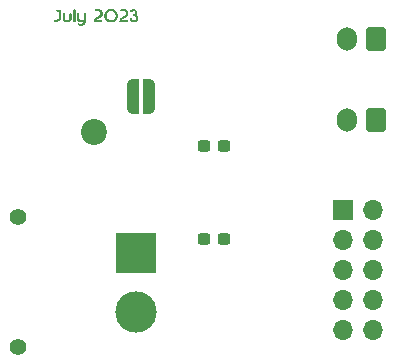
<source format=gts>
G04 #@! TF.GenerationSoftware,KiCad,Pcbnew,7.0.1*
G04 #@! TF.CreationDate,2023-07-09T15:15:26+02:00*
G04 #@! TF.ProjectId,orion_power,6f72696f-6e5f-4706-9f77-65722e6b6963,rev?*
G04 #@! TF.SameCoordinates,Original*
G04 #@! TF.FileFunction,Soldermask,Top*
G04 #@! TF.FilePolarity,Negative*
%FSLAX46Y46*%
G04 Gerber Fmt 4.6, Leading zero omitted, Abs format (unit mm)*
G04 Created by KiCad (PCBNEW 7.0.1) date 2023-07-09 15:15:26*
%MOMM*%
%LPD*%
G01*
G04 APERTURE LIST*
G04 Aperture macros list*
%AMRoundRect*
0 Rectangle with rounded corners*
0 $1 Rounding radius*
0 $2 $3 $4 $5 $6 $7 $8 $9 X,Y pos of 4 corners*
0 Add a 4 corners polygon primitive as box body*
4,1,4,$2,$3,$4,$5,$6,$7,$8,$9,$2,$3,0*
0 Add four circle primitives for the rounded corners*
1,1,$1+$1,$2,$3*
1,1,$1+$1,$4,$5*
1,1,$1+$1,$6,$7*
1,1,$1+$1,$8,$9*
0 Add four rect primitives between the rounded corners*
20,1,$1+$1,$2,$3,$4,$5,0*
20,1,$1+$1,$4,$5,$6,$7,0*
20,1,$1+$1,$6,$7,$8,$9,0*
20,1,$1+$1,$8,$9,$2,$3,0*%
%AMFreePoly0*
4,1,5,0.500000,-1.000000,-0.500000,-1.000000,-0.500000,1.000000,0.500000,1.000000,0.500000,-1.000000,0.500000,-1.000000,$1*%
%AMFreePoly1*
4,1,19,0.500000,-0.750000,0.000000,-0.750000,0.000000,-0.744911,-0.071157,-0.744911,-0.207708,-0.704816,-0.327430,-0.627875,-0.420627,-0.520320,-0.479746,-0.390866,-0.500000,-0.250000,-0.500000,0.250000,-0.479746,0.390866,-0.420627,0.520320,-0.327430,0.627875,-0.207708,0.704816,-0.071157,0.744911,0.000000,0.744911,0.000000,0.750000,0.500000,0.750000,0.500000,-0.750000,0.500000,-0.750000,
$1*%
%AMFreePoly2*
4,1,19,0.000000,0.744911,0.071157,0.744911,0.207708,0.704816,0.327430,0.627875,0.420627,0.520320,0.479746,0.390866,0.500000,0.250000,0.500000,-0.250000,0.479746,-0.390866,0.420627,-0.520320,0.327430,-0.627875,0.207708,-0.704816,0.071157,-0.744911,0.000000,-0.744911,0.000000,-0.750000,-0.500000,-0.750000,-0.500000,0.750000,0.000000,0.750000,0.000000,0.744911,0.000000,0.744911,
$1*%
G04 Aperture macros list end*
%ADD10R,1.700000X1.700000*%
%ADD11O,1.700000X1.700000*%
%ADD12FreePoly0,0.000000*%
%ADD13FreePoly1,0.000000*%
%ADD14FreePoly2,0.000000*%
%ADD15RoundRect,0.237500X-0.300000X-0.237500X0.300000X-0.237500X0.300000X0.237500X-0.300000X0.237500X0*%
%ADD16C,1.400000*%
%ADD17R,3.500000X3.500000*%
%ADD18C,3.500000*%
%ADD19C,2.200000*%
%ADD20O,1.700000X2.000000*%
%ADD21RoundRect,0.250000X0.600000X0.750000X-0.600000X0.750000X-0.600000X-0.750000X0.600000X-0.750000X0*%
G04 APERTURE END LIST*
G36*
X95557700Y-54083388D02*
G01*
X95442209Y-54072077D01*
X95333862Y-54038144D01*
X95235636Y-53984566D01*
X95150506Y-53914319D01*
X95080259Y-53828991D01*
X95026681Y-53730169D01*
X94992748Y-53621227D01*
X94981437Y-53505537D01*
X95175112Y-53505537D01*
X95182256Y-53577967D01*
X95203688Y-53649206D01*
X95239009Y-53716477D01*
X95287825Y-53777000D01*
X95347158Y-53825617D01*
X95414031Y-53860344D01*
X95485667Y-53881180D01*
X95559287Y-53888125D01*
X95631717Y-53881180D01*
X95702956Y-53860344D01*
X95769830Y-53825617D01*
X95829162Y-53777000D01*
X95877780Y-53717667D01*
X95912506Y-53650794D01*
X95933342Y-53579356D01*
X95940287Y-53506331D01*
X95933342Y-53433306D01*
X95912506Y-53361869D01*
X95877780Y-53294995D01*
X95829162Y-53235662D01*
X95769830Y-53186847D01*
X95702956Y-53151525D01*
X95631320Y-53130094D01*
X95557700Y-53122950D01*
X95485270Y-53130094D01*
X95414031Y-53151525D01*
X95347158Y-53186847D01*
X95287825Y-53235662D01*
X95239009Y-53294995D01*
X95203688Y-53361869D01*
X95182256Y-53433108D01*
X95175112Y-53505537D01*
X94981437Y-53505537D01*
X94992748Y-53390047D01*
X95026681Y-53281700D01*
X95080259Y-53183473D01*
X95150506Y-53098344D01*
X95235636Y-53028097D01*
X95333862Y-52974519D01*
X95442209Y-52940586D01*
X95557700Y-52929275D01*
X95673389Y-52940586D01*
X95782331Y-52974519D01*
X95881153Y-53028097D01*
X95966481Y-53098344D01*
X96036728Y-53183473D01*
X96090306Y-53281700D01*
X96124239Y-53390047D01*
X96135550Y-53505537D01*
X96124239Y-53621227D01*
X96090306Y-53730169D01*
X96036728Y-53828991D01*
X95966481Y-53914319D01*
X95881153Y-53984566D01*
X95782331Y-54038144D01*
X95673389Y-54072077D01*
X95559287Y-54083232D01*
X95557700Y-54083388D01*
G37*
G36*
X97596844Y-52945150D02*
G01*
X97694475Y-53009444D01*
X97760356Y-53103106D01*
X97788931Y-53212644D01*
X97774644Y-53326150D01*
X97711938Y-53432512D01*
X97773255Y-53488869D01*
X97817506Y-53553163D01*
X97845486Y-53622417D01*
X97857988Y-53693656D01*
X97855408Y-53765491D01*
X97838144Y-53836531D01*
X97807584Y-53903206D01*
X97765119Y-53961944D01*
X97711144Y-54011553D01*
X97646056Y-54050844D01*
X97571245Y-54076442D01*
X97488100Y-54084975D01*
X97413884Y-54078228D01*
X97346813Y-54057987D01*
X97238069Y-53990519D01*
X97166631Y-53903206D01*
X97138056Y-53815894D01*
X97157900Y-53748425D01*
X97232513Y-53721437D01*
X97237275Y-53721437D01*
X97262675Y-53726200D01*
X97296013Y-53743663D01*
X97323000Y-53781762D01*
X97389675Y-53867488D01*
X97484925Y-53894475D01*
X97550806Y-53882569D01*
X97607956Y-53848438D01*
X97648438Y-53794462D01*
X97664313Y-53721437D01*
X97651613Y-53657144D01*
X97614306Y-53601581D01*
X97553188Y-53562687D01*
X97469050Y-53548400D01*
X97403169Y-53520619D01*
X97380150Y-53460294D01*
X97403169Y-53399969D01*
X97473813Y-53372187D01*
X97560331Y-53331706D01*
X97593669Y-53242012D01*
X97567475Y-53152319D01*
X97473813Y-53111837D01*
X97404756Y-53130094D01*
X97370625Y-53171369D01*
X97334906Y-53212644D01*
X97261088Y-53230900D01*
X97195206Y-53207881D01*
X97176950Y-53150731D01*
X97199969Y-53076119D01*
X97260294Y-53001506D01*
X97353163Y-52944356D01*
X97473813Y-52921337D01*
X97596844Y-52945150D01*
G37*
G36*
X93411400Y-53291225D02*
G01*
X93441562Y-53364250D01*
X93441562Y-53948450D01*
X93434419Y-54026039D01*
X93412987Y-54103231D01*
X93377864Y-54176256D01*
X93329644Y-54241344D01*
X93268525Y-54296708D01*
X93194706Y-54340562D01*
X93109180Y-54369138D01*
X93012937Y-54378662D01*
X92905781Y-54368344D01*
X92787512Y-54334213D01*
X92733537Y-54287381D01*
X92728775Y-54224675D01*
X92761319Y-54169113D01*
X92820850Y-54145300D01*
X92865300Y-54156412D01*
X92933562Y-54181812D01*
X92998650Y-54189750D01*
X93071477Y-54179828D01*
X93134381Y-54150062D01*
X93184983Y-54106406D01*
X93220900Y-54054813D01*
X93143906Y-54076244D01*
X93065325Y-54083388D01*
X92990514Y-54077037D01*
X92918481Y-54057987D01*
X92851806Y-54026833D01*
X92793069Y-53984169D01*
X92743856Y-53930392D01*
X92705756Y-53865900D01*
X92681348Y-53790891D01*
X92673212Y-53705562D01*
X92673212Y-53364250D01*
X92704169Y-53292019D01*
X92771637Y-53267412D01*
X92838312Y-53291225D01*
X92868475Y-53364250D01*
X92868475Y-53705562D01*
X92884350Y-53786525D01*
X92926419Y-53844469D01*
X92986744Y-53878600D01*
X93055800Y-53889712D01*
X93125650Y-53877806D01*
X93186769Y-53842881D01*
X93229631Y-53785731D01*
X93246300Y-53705562D01*
X93246300Y-53364250D01*
X93277256Y-53292019D01*
X93344725Y-53267412D01*
X93411400Y-53291225D01*
G37*
G36*
X94560552Y-52958842D02*
G01*
X94631394Y-52980869D01*
X94694298Y-53015397D01*
X94748075Y-53060244D01*
X94791930Y-53114219D01*
X94825069Y-53176131D01*
X94845905Y-53243402D01*
X94852850Y-53313450D01*
X94847492Y-53386673D01*
X94831419Y-53450769D01*
X94774269Y-53554750D01*
X94692512Y-53632537D01*
X94598056Y-53691275D01*
X94503600Y-53737313D01*
X94421050Y-53777794D01*
X94361519Y-53820656D01*
X94336912Y-53872250D01*
X94725850Y-53872250D01*
X94796494Y-53902412D01*
X94819512Y-53968294D01*
X94796494Y-54033381D01*
X94725850Y-54062750D01*
X94200387Y-54062750D01*
X94133712Y-54034969D01*
X94106725Y-53969087D01*
X94106725Y-53929400D01*
X94116845Y-53847644D01*
X94147206Y-53780175D01*
X94192847Y-53723620D01*
X94248806Y-53674606D01*
X94312306Y-53631942D01*
X94380569Y-53594438D01*
X94449030Y-53558520D01*
X94513125Y-53520619D01*
X94569878Y-53479344D01*
X94616312Y-53433306D01*
X94647666Y-53379133D01*
X94659175Y-53313450D01*
X94644887Y-53245187D01*
X94605994Y-53190419D01*
X94548844Y-53154700D01*
X94481375Y-53142000D01*
X94275000Y-53142000D01*
X94205150Y-53112631D01*
X94180544Y-53047544D01*
X94203562Y-52981663D01*
X94275000Y-52951500D01*
X94482962Y-52951500D01*
X94560552Y-52958842D01*
G37*
G36*
X96716377Y-52958842D02*
G01*
X96787219Y-52980869D01*
X96850123Y-53015397D01*
X96903900Y-53060244D01*
X96947755Y-53114219D01*
X96980894Y-53176131D01*
X97001730Y-53243402D01*
X97008675Y-53313450D01*
X97003317Y-53386673D01*
X96987244Y-53450769D01*
X96930094Y-53554750D01*
X96848338Y-53632537D01*
X96753881Y-53691275D01*
X96659425Y-53737313D01*
X96576875Y-53777794D01*
X96517344Y-53820656D01*
X96492738Y-53872250D01*
X96881675Y-53872250D01*
X96952319Y-53902412D01*
X96975338Y-53968294D01*
X96952319Y-54033381D01*
X96881675Y-54062750D01*
X96356213Y-54062750D01*
X96289537Y-54034969D01*
X96262550Y-53969087D01*
X96262550Y-53929400D01*
X96272670Y-53847644D01*
X96303031Y-53780175D01*
X96348672Y-53723620D01*
X96404631Y-53674606D01*
X96468131Y-53631942D01*
X96536394Y-53594438D01*
X96604855Y-53558520D01*
X96668950Y-53520619D01*
X96725703Y-53479344D01*
X96772138Y-53433306D01*
X96803491Y-53379133D01*
X96815000Y-53313450D01*
X96800713Y-53245187D01*
X96761819Y-53190419D01*
X96704669Y-53154700D01*
X96637200Y-53142000D01*
X96430825Y-53142000D01*
X96360975Y-53112631D01*
X96336369Y-53047544D01*
X96359388Y-52981663D01*
X96430825Y-52951500D01*
X96638788Y-52951500D01*
X96716377Y-52958842D01*
G37*
G36*
X91030150Y-53006269D02*
G01*
X91098412Y-53010237D01*
X91215887Y-52997537D01*
X91293675Y-53015000D01*
X91328600Y-53088025D01*
X91328600Y-53594438D01*
X91315503Y-53704769D01*
X91276212Y-53800813D01*
X91217475Y-53882569D01*
X91146037Y-53950037D01*
X91065869Y-54003020D01*
X90980937Y-54041319D01*
X90897594Y-54064536D01*
X90822187Y-54072275D01*
X90726144Y-54050844D01*
X90688837Y-53984963D01*
X90688044Y-53981787D01*
X90695187Y-53950831D01*
X90722969Y-53915906D01*
X90784087Y-53899238D01*
X90854731Y-53893086D01*
X90920612Y-53874631D01*
X91031737Y-53807162D01*
X91107144Y-53707150D01*
X91134925Y-53584912D01*
X91134925Y-53175337D01*
X91030547Y-53174147D01*
X90926962Y-53161050D01*
X90869019Y-53122156D01*
X90861081Y-53059450D01*
X90894419Y-53006269D01*
X90963475Y-52994362D01*
X91030150Y-53006269D01*
G37*
G36*
X92516050Y-52973725D02*
G01*
X92546212Y-53046750D01*
X92546212Y-53962737D01*
X92516050Y-54034969D01*
X92449375Y-54059575D01*
X92381906Y-54034969D01*
X92350950Y-53962737D01*
X92350950Y-53046750D01*
X92381906Y-52973725D01*
X92449375Y-52949912D01*
X92516050Y-52973725D01*
G37*
G36*
X92193787Y-53291225D02*
G01*
X92223950Y-53364250D01*
X92223950Y-53705562D01*
X92216012Y-53794859D01*
X92192200Y-53872250D01*
X92155291Y-53937337D01*
X92108062Y-53989725D01*
X92052103Y-54030008D01*
X91989000Y-54058781D01*
X91921134Y-54076045D01*
X91850887Y-54081800D01*
X91778458Y-54075847D01*
X91707219Y-54057987D01*
X91640147Y-54028222D01*
X91580219Y-53986550D01*
X91529419Y-53933170D01*
X91489731Y-53868281D01*
X91464133Y-53792280D01*
X91455600Y-53705562D01*
X91455600Y-53364250D01*
X91486556Y-53292019D01*
X91554025Y-53267412D01*
X91620700Y-53291225D01*
X91650862Y-53364250D01*
X91650862Y-53705562D01*
X91666737Y-53786525D01*
X91708806Y-53844469D01*
X91769131Y-53879394D01*
X91838187Y-53891300D01*
X91908037Y-53879394D01*
X91969156Y-53844469D01*
X92012019Y-53786525D01*
X92028687Y-53705562D01*
X92028687Y-53364250D01*
X92059644Y-53291225D01*
X92127112Y-53267412D01*
X92193787Y-53291225D01*
G37*
D10*
X115200000Y-69995000D03*
D11*
X117740000Y-69995000D03*
X115200000Y-72535000D03*
X117740000Y-72535000D03*
X115200000Y-75075000D03*
X117740000Y-75075000D03*
X115200000Y-77615000D03*
X117740000Y-77615000D03*
X115200000Y-80155000D03*
X117740000Y-80155000D03*
D12*
X97450000Y-60350000D03*
D13*
X97450000Y-59600000D03*
X97450000Y-61100000D03*
D14*
X98750000Y-59600000D03*
D12*
X98750000Y-60350000D03*
D14*
X98750000Y-61100000D03*
D15*
X103412500Y-72450000D03*
X105137500Y-72450000D03*
D16*
X87650000Y-81575000D03*
X87650000Y-70575000D03*
D17*
X97650000Y-73575000D03*
D18*
X97650000Y-78575000D03*
D15*
X103387500Y-64525000D03*
X105112500Y-64525000D03*
D19*
X94124999Y-63325000D03*
D20*
X115500000Y-55525000D03*
D21*
X118000000Y-55525000D03*
D20*
X115500000Y-62375000D03*
D21*
X118000000Y-62375000D03*
M02*

</source>
